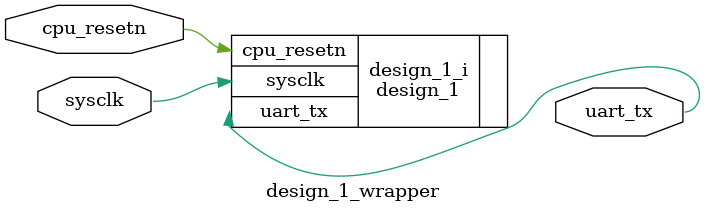
<source format=v>
`timescale 1 ps / 1 ps

module design_1_wrapper
   (cpu_resetn,
    sysclk,
    uart_tx);
  input cpu_resetn;
  input sysclk;
  output uart_tx;

  wire cpu_resetn;
  wire sysclk;
  wire uart_tx;

  design_1 design_1_i
       (.cpu_resetn(cpu_resetn),
        .sysclk(sysclk),
        .uart_tx(uart_tx));
endmodule

</source>
